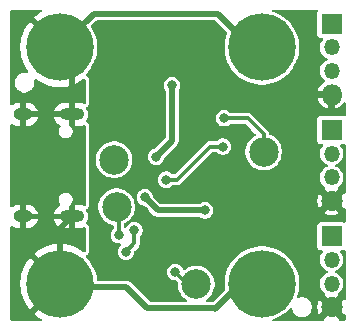
<source format=gbr>
%TF.GenerationSoftware,KiCad,Pcbnew,9.0.1*%
%TF.CreationDate,2025-04-12T21:10:11-04:00*%
%TF.ProjectId,USB-C-3-way-splitter-V5,5553422d-432d-4332-9d77-61792d73706c,rev?*%
%TF.SameCoordinates,Original*%
%TF.FileFunction,Copper,L2,Bot*%
%TF.FilePolarity,Positive*%
%FSLAX46Y46*%
G04 Gerber Fmt 4.6, Leading zero omitted, Abs format (unit mm)*
G04 Created by KiCad (PCBNEW 9.0.1) date 2025-04-12 21:10:11*
%MOMM*%
%LPD*%
G01*
G04 APERTURE LIST*
%TA.AperFunction,ComponentPad*%
%ADD10C,5.700000*%
%TD*%
%TA.AperFunction,ComponentPad*%
%ADD11R,1.800000X1.800000*%
%TD*%
%TA.AperFunction,ComponentPad*%
%ADD12O,1.350000X1.350000*%
%TD*%
%TA.AperFunction,ComponentPad*%
%ADD13C,1.800000*%
%TD*%
%TA.AperFunction,ComponentPad*%
%ADD14O,1.800000X1.800000*%
%TD*%
%TA.AperFunction,ComponentPad*%
%ADD15O,2.100000X1.000000*%
%TD*%
%TA.AperFunction,ComponentPad*%
%ADD16O,1.600000X1.000000*%
%TD*%
%TA.AperFunction,SMDPad,CuDef*%
%ADD17C,2.500000*%
%TD*%
%TA.AperFunction,ViaPad*%
%ADD18C,0.800000*%
%TD*%
%TA.AperFunction,Conductor*%
%ADD19C,0.300000*%
%TD*%
%TA.AperFunction,Conductor*%
%ADD20C,0.500000*%
%TD*%
%TA.AperFunction,Conductor*%
%ADD21C,0.600000*%
%TD*%
G04 APERTURE END LIST*
D10*
%TO.P,H4,1,1*%
%TO.N,GNDPWR*%
X20100000Y-10000000D03*
%TD*%
D11*
%TO.P,J3,1,Pin_1*%
%TO.N,+5V*%
X26000000Y3000000D03*
D12*
%TO.P,J3,2,Pin_2*%
%TO.N,Net-(J3-Pin_2)*%
X26000000Y1000000D03*
%TO.P,J3,3,Pin_3*%
X26000000Y-1000000D03*
D13*
%TO.P,J3,4,Pin_4*%
%TO.N,GND*%
X26000000Y-3000000D03*
%TD*%
D10*
%TO.P,H2,1,1*%
%TO.N,GNDPWR*%
X3000000Y-10000000D03*
%TD*%
D11*
%TO.P,J2,1,Pin_1*%
%TO.N,+5V*%
X26000000Y12000000D03*
D12*
%TO.P,J2,2,Pin_2*%
%TO.N,Net-(J2-Pin_2)*%
X26000000Y10000000D03*
%TO.P,J2,3,Pin_3*%
X26000000Y8000000D03*
D14*
%TO.P,J2,4,Pin_4*%
%TO.N,GND*%
X26000000Y6000000D03*
%TD*%
D10*
%TO.P,H1,1,1*%
%TO.N,GNDPWR*%
X3000000Y10000000D03*
%TD*%
D15*
%TO.P,J1,S1,SHIELD*%
%TO.N,GNDPWR*%
X4030000Y4320000D03*
D16*
X-150000Y4320000D03*
D15*
X4030000Y-4320000D03*
D16*
X-150000Y-4320000D03*
%TD*%
D10*
%TO.P,H3,1,1*%
%TO.N,GNDPWR*%
X20100000Y10000000D03*
%TD*%
D11*
%TO.P,J4,1,Pin_1*%
%TO.N,+5V*%
X26000000Y-6000000D03*
D12*
%TO.P,J4,2,Pin_2*%
%TO.N,Net-(J4-Pin_2)*%
X26000000Y-8000000D03*
%TO.P,J4,3,Pin_3*%
X26000000Y-10000000D03*
D13*
%TO.P,J4,4,Pin_4*%
%TO.N,GND*%
X26000000Y-12000000D03*
%TD*%
D17*
%TO.P,TP4,1,1*%
%TO.N,+1V2*%
X14550000Y-10050000D03*
%TD*%
%TO.P,TP2,1,1*%
%TO.N,CC2*%
X7800000Y-3500000D03*
%TD*%
%TO.P,TP3,1,1*%
%TO.N,EN-OPEN-COL*%
X20250000Y1150000D03*
%TD*%
%TO.P,TP1,1,1*%
%TO.N,CC1*%
X7600000Y500000D03*
%TD*%
D18*
%TO.N,GND*%
X10100000Y-3850000D03*
X17500000Y2900000D03*
X16400000Y9950000D03*
X21800000Y-2200000D03*
X16450000Y10900000D03*
X12400000Y10600000D03*
X6200000Y3600000D03*
X15800000Y-6300000D03*
X5800000Y-4900000D03*
X12500000Y-5200000D03*
X18500000Y-6800000D03*
X10700000Y-11000000D03*
X5800000Y-3900000D03*
X22800000Y7700000D03*
X9600000Y3700000D03*
X6100000Y4700000D03*
X6000000Y7500000D03*
X19000000Y-3200000D03*
X6000000Y-5900000D03*
%TO.N,CC1*%
X9300000Y-5500000D03*
X6750000Y450000D03*
X8600000Y-7300000D03*
%TO.N,CC2*%
X8000000Y-5900000D03*
%TO.N,+1V2*%
X10200000Y-2700000D03*
X15295000Y-3805000D03*
X12775000Y-9025000D03*
%TO.N,EN-OPEN-COL*%
X16900000Y4000000D03*
%TO.N,Net-(D4-A)*%
X12500000Y6800000D03*
X11150000Y750000D03*
%TO.N,Net-(D5-A)*%
X16800000Y1600000D03*
X12000000Y-1200000D03*
%TD*%
D19*
%TO.N,CC1*%
X9300000Y-5500000D02*
X9300000Y-6600000D01*
X9300000Y-6600000D02*
X8600000Y-7300000D01*
%TO.N,CC2*%
X8000000Y-3700000D02*
X7800000Y-3500000D01*
X8000000Y-5900000D02*
X8000000Y-3700000D01*
D20*
%TO.N,+1V2*%
X10200000Y-2700000D02*
X11305000Y-3805000D01*
D19*
X13800000Y-10050000D02*
X12775000Y-9025000D01*
X14550000Y-10050000D02*
X13800000Y-10050000D01*
D20*
X11305000Y-3805000D02*
X15295000Y-3805000D01*
D21*
%TO.N,GNDPWR*%
X4620000Y4320000D02*
X4030000Y4320000D01*
D20*
X3000000Y-10000000D02*
X3302400Y-10302400D01*
X16350000Y12850000D02*
X19200000Y10000000D01*
X5850000Y12850000D02*
X16350000Y12850000D01*
X3000000Y-5350000D02*
X4030000Y-4320000D01*
X4030000Y4320000D02*
X4030000Y8970000D01*
X10400000Y-12100000D02*
X16050000Y-12100000D01*
X8602400Y-10302400D02*
X10400000Y-12100000D01*
X16100000Y-12150000D02*
X18250000Y-10000000D01*
X3000000Y-10000000D02*
X3000000Y-5350000D01*
X19200000Y10000000D02*
X20100000Y10000000D01*
X3000000Y10000000D02*
X5850000Y12850000D01*
D21*
X4030000Y-4320000D02*
X4620000Y-4320000D01*
D20*
X18250000Y-10000000D02*
X20100000Y-10000000D01*
X16050000Y-12100000D02*
X16100000Y-12150000D01*
X4030000Y8970000D02*
X3000000Y10000000D01*
X3302400Y-10302400D02*
X8602400Y-10302400D01*
D19*
%TO.N,EN-OPEN-COL*%
X20250000Y2637500D02*
X19500000Y3387500D01*
X19500000Y3387500D02*
X18887500Y4000000D01*
X20250000Y1150000D02*
X20250000Y2637500D01*
X18887500Y4000000D02*
X16900000Y4000000D01*
D20*
%TO.N,Net-(D4-A)*%
X11150000Y750000D02*
X12500000Y2100000D01*
X12500000Y2100000D02*
X12500000Y6800000D01*
D19*
%TO.N,Net-(D5-A)*%
X15700000Y1600000D02*
X16800000Y1600000D01*
X15700000Y1600000D02*
X12900000Y-1200000D01*
X12900000Y-1200000D02*
X12000000Y-1200000D01*
%TD*%
%TA.AperFunction,Conductor*%
%TO.N,GNDPWR*%
G36*
X1451307Y13179815D02*
G01*
X1497062Y13127011D01*
X1507006Y13057853D01*
X1477981Y12994297D01*
X1442721Y12966142D01*
X1275690Y12876862D01*
X1275672Y12876851D01*
X1002004Y12693992D01*
X1002000Y12693989D01*
X813917Y12539634D01*
X813917Y12539633D01*
X2059300Y11294251D01*
X1957670Y11220412D01*
X1779588Y11042330D01*
X1705747Y10940698D01*
X460365Y12186081D01*
X460364Y12186081D01*
X306010Y11997999D01*
X306007Y11997995D01*
X123148Y11724327D01*
X123137Y11724309D01*
X-32012Y11434044D01*
X-32014Y11434039D01*
X-157974Y11129946D01*
X-253524Y10814961D01*
X-253525Y10814956D01*
X-317738Y10492139D01*
X-350000Y10164571D01*
X-350000Y9835428D01*
X-317738Y9507860D01*
X-253525Y9185043D01*
X-253524Y9185038D01*
X-157974Y8870053D01*
X-32014Y8565960D01*
X-32012Y8565955D01*
X123137Y8275690D01*
X123154Y8275662D01*
X306218Y8001687D01*
X327096Y7935010D01*
X308611Y7867630D01*
X256632Y7820940D01*
X187662Y7809764D01*
X178924Y7811180D01*
X81799Y7830500D01*
X81797Y7830500D01*
X-81797Y7830500D01*
X-81799Y7830500D01*
X-178924Y7811180D01*
X-242248Y7798584D01*
X-393389Y7735979D01*
X-529413Y7645091D01*
X-645091Y7529413D01*
X-735979Y7393389D01*
X-798584Y7242248D01*
X-798585Y7242242D01*
X-830500Y7081799D01*
X-830500Y6918200D01*
X-815347Y6842025D01*
X-798584Y6757752D01*
X-793912Y6746474D01*
X-735980Y6606613D01*
X-735975Y6606604D01*
X-645091Y6470587D01*
X-645088Y6470583D01*
X-529416Y6354911D01*
X-529412Y6354908D01*
X-393395Y6264024D01*
X-393386Y6264019D01*
X-242248Y6201416D01*
X-242242Y6201414D01*
X-81799Y6169500D01*
X-81797Y6169500D01*
X81799Y6169500D01*
X242242Y6201414D01*
X242248Y6201416D01*
X393386Y6264019D01*
X393395Y6264024D01*
X529412Y6354908D01*
X529416Y6354911D01*
X645088Y6470583D01*
X645091Y6470587D01*
X735975Y6606604D01*
X735980Y6606613D01*
X793912Y6746474D01*
X798584Y6757752D01*
X815347Y6842025D01*
X830500Y6918200D01*
X830500Y7081799D01*
X811180Y7178924D01*
X817407Y7248516D01*
X860270Y7303693D01*
X926159Y7326938D01*
X994156Y7310871D01*
X1001687Y7306218D01*
X1275662Y7123154D01*
X1275690Y7123137D01*
X1565955Y6967987D01*
X1565960Y6967985D01*
X1870053Y6842025D01*
X2185038Y6746475D01*
X2185043Y6746474D01*
X2507860Y6682261D01*
X2835428Y6650000D01*
X3164572Y6650000D01*
X3492139Y6682261D01*
X3814956Y6746474D01*
X3814961Y6746475D01*
X4129946Y6842025D01*
X4434039Y6967985D01*
X4434044Y6967987D01*
X4724309Y7123137D01*
X4724327Y7123148D01*
X4998006Y7306014D01*
X5000453Y7307829D01*
X5001038Y7307038D01*
X5061651Y7332778D01*
X5130518Y7320983D01*
X5182076Y7273829D01*
X5200000Y7209611D01*
X5200000Y5331159D01*
X5180315Y5264120D01*
X5127511Y5218365D01*
X5058353Y5208421D01*
X5028547Y5216598D01*
X4871689Y5281570D01*
X4871681Y5281572D01*
X4678495Y5319999D01*
X4678492Y5320000D01*
X4280000Y5320000D01*
X4280000Y4620000D01*
X3780000Y4620000D01*
X3780000Y5320000D01*
X3381508Y5320000D01*
X3381504Y5319999D01*
X3188318Y5281572D01*
X3188306Y5281569D01*
X3006328Y5206192D01*
X3006315Y5206185D01*
X2842537Y5096751D01*
X2842533Y5096748D01*
X2703251Y4957466D01*
X2703248Y4957462D01*
X2593814Y4793684D01*
X2593807Y4793671D01*
X2518430Y4611692D01*
X2518430Y4611690D01*
X2510138Y4570000D01*
X3313012Y4570000D01*
X3295795Y4560060D01*
X3239940Y4504205D01*
X3200444Y4435796D01*
X3180000Y4359496D01*
X3180000Y4280504D01*
X3200444Y4204204D01*
X3239940Y4135795D01*
X3295795Y4079940D01*
X3313012Y4070000D01*
X2510138Y4070000D01*
X2518430Y4028309D01*
X2518430Y4028307D01*
X2593807Y3846328D01*
X2593814Y3846315D01*
X2703248Y3682537D01*
X2703251Y3682533D01*
X2842536Y3543248D01*
X3011387Y3430427D01*
X3009889Y3428185D01*
X3051323Y3386789D01*
X3066206Y3318523D01*
X3041819Y3253047D01*
X3040892Y3251824D01*
X3036283Y3245818D01*
X2959993Y3113681D01*
X2959992Y3113678D01*
X2920500Y2966293D01*
X2920500Y2813707D01*
X2955326Y2683733D01*
X2959993Y2666318D01*
X3036282Y2534182D01*
X3036287Y2534176D01*
X3144176Y2426287D01*
X3144182Y2426282D01*
X3276318Y2349993D01*
X3276317Y2349993D01*
X3320106Y2338259D01*
X3423707Y2310500D01*
X3423710Y2310500D01*
X3576290Y2310500D01*
X3576293Y2310500D01*
X3723678Y2349992D01*
X3723681Y2349993D01*
X3855817Y2426282D01*
X3855823Y2426287D01*
X3963712Y2534176D01*
X3963715Y2534179D01*
X4040008Y2666322D01*
X4079500Y2813707D01*
X4079500Y2966293D01*
X4040008Y3113678D01*
X3963715Y3245821D01*
X3855821Y3353715D01*
X3842003Y3361692D01*
X3793786Y3412257D01*
X3780000Y3469081D01*
X3780000Y4020000D01*
X4280000Y4020000D01*
X4280000Y3320000D01*
X4678495Y3320000D01*
X4871681Y3358427D01*
X4871693Y3358430D01*
X5028548Y3423401D01*
X5098017Y3430870D01*
X5160496Y3399595D01*
X5196148Y3339505D01*
X5200000Y3308840D01*
X5200000Y-3308840D01*
X5180315Y-3375879D01*
X5127511Y-3421634D01*
X5058353Y-3431578D01*
X5028548Y-3423401D01*
X4871693Y-3358430D01*
X4871681Y-3358427D01*
X4678495Y-3320000D01*
X4280000Y-3320000D01*
X4280000Y-4020000D01*
X3780000Y-4020000D01*
X3780000Y-3469081D01*
X3799685Y-3402042D01*
X3842004Y-3361692D01*
X3847654Y-3358430D01*
X3855821Y-3353715D01*
X3963715Y-3245821D01*
X4040008Y-3113678D01*
X4079500Y-2966293D01*
X4079500Y-2813707D01*
X4040008Y-2666322D01*
X3963715Y-2534179D01*
X3855821Y-2426285D01*
X3855819Y-2426284D01*
X3855817Y-2426282D01*
X3723681Y-2349993D01*
X3723682Y-2349993D01*
X3711595Y-2346754D01*
X3576293Y-2310500D01*
X3423707Y-2310500D01*
X3288404Y-2346754D01*
X3276318Y-2349993D01*
X3144182Y-2426282D01*
X3144176Y-2426287D01*
X3036287Y-2534176D01*
X3036282Y-2534182D01*
X2959993Y-2666318D01*
X2959992Y-2666322D01*
X2920500Y-2813707D01*
X2920500Y-2966293D01*
X2959992Y-3113678D01*
X2959993Y-3113681D01*
X3036283Y-3245818D01*
X3040892Y-3251824D01*
X3066088Y-3316993D01*
X3052051Y-3385438D01*
X3010060Y-3428441D01*
X3011387Y-3430427D01*
X2842536Y-3543248D01*
X2703251Y-3682533D01*
X2703248Y-3682537D01*
X2593814Y-3846315D01*
X2593807Y-3846328D01*
X2518430Y-4028307D01*
X2518430Y-4028309D01*
X2510138Y-4070000D01*
X3313012Y-4070000D01*
X3295795Y-4079940D01*
X3239940Y-4135795D01*
X3200444Y-4204204D01*
X3180000Y-4280504D01*
X3180000Y-4359496D01*
X3200444Y-4435796D01*
X3239940Y-4504205D01*
X3295795Y-4560060D01*
X3313012Y-4570000D01*
X2510138Y-4570000D01*
X2518430Y-4611690D01*
X2518430Y-4611692D01*
X2593807Y-4793671D01*
X2593814Y-4793684D01*
X2703248Y-4957462D01*
X2703251Y-4957466D01*
X2842533Y-5096748D01*
X2842537Y-5096751D01*
X3006315Y-5206185D01*
X3006328Y-5206192D01*
X3188306Y-5281569D01*
X3188318Y-5281572D01*
X3381504Y-5319999D01*
X3381508Y-5320000D01*
X3780000Y-5320000D01*
X3780000Y-4620000D01*
X4280000Y-4620000D01*
X4280000Y-5320000D01*
X4678492Y-5320000D01*
X4678495Y-5319999D01*
X4871681Y-5281572D01*
X4871689Y-5281570D01*
X5028547Y-5216598D01*
X5098017Y-5209129D01*
X5160496Y-5240404D01*
X5196148Y-5300493D01*
X5200000Y-5331159D01*
X5200000Y-7209611D01*
X5180315Y-7276650D01*
X5127511Y-7322405D01*
X5058353Y-7332349D01*
X5001006Y-7307083D01*
X5000453Y-7307829D01*
X4998006Y-7306014D01*
X4724327Y-7123148D01*
X4724309Y-7123137D01*
X4434044Y-6967987D01*
X4434039Y-6967985D01*
X4129946Y-6842025D01*
X3814961Y-6746475D01*
X3814956Y-6746474D01*
X3492139Y-6682261D01*
X3164572Y-6650000D01*
X2835428Y-6650000D01*
X2507860Y-6682261D01*
X2185043Y-6746474D01*
X2185038Y-6746475D01*
X1870053Y-6842025D01*
X1565960Y-6967985D01*
X1565955Y-6967987D01*
X1275690Y-7123137D01*
X1275672Y-7123148D01*
X1002004Y-7306007D01*
X1001999Y-7306010D01*
X813917Y-7460364D01*
X813917Y-7460365D01*
X2059301Y-8705748D01*
X1957670Y-8779588D01*
X1779588Y-8957670D01*
X1705748Y-9059301D01*
X460365Y-7813917D01*
X460364Y-7813917D01*
X306010Y-8001999D01*
X306007Y-8002004D01*
X123148Y-8275672D01*
X123137Y-8275690D01*
X-32012Y-8565955D01*
X-32014Y-8565960D01*
X-157974Y-8870053D01*
X-253524Y-9185038D01*
X-253525Y-9185043D01*
X-317738Y-9507860D01*
X-350000Y-9835428D01*
X-350000Y-10164571D01*
X-317738Y-10492139D01*
X-253525Y-10814956D01*
X-253524Y-10814961D01*
X-157974Y-11129946D01*
X-32014Y-11434039D01*
X-32012Y-11434044D01*
X123137Y-11724309D01*
X123148Y-11724327D01*
X306007Y-11997995D01*
X306010Y-11997999D01*
X460364Y-12186081D01*
X460365Y-12186081D01*
X1705747Y-10940698D01*
X1779588Y-11042330D01*
X1957670Y-11220412D01*
X2059300Y-11294250D01*
X813917Y-12539633D01*
X813917Y-12539634D01*
X1002000Y-12693989D01*
X1002004Y-12693992D01*
X1275672Y-12876851D01*
X1275690Y-12876862D01*
X1442721Y-12966142D01*
X1492565Y-13015104D01*
X1508026Y-13083242D01*
X1484194Y-13148922D01*
X1428637Y-13191290D01*
X1384268Y-13199500D01*
X-990243Y-13199500D01*
X-1009638Y-13197973D01*
X-1025888Y-13195399D01*
X-1042250Y-13192808D01*
X-1079144Y-13180821D01*
X-1099762Y-13170316D01*
X-1131150Y-13147511D01*
X-1147511Y-13131150D01*
X-1170316Y-13099762D01*
X-1180821Y-13079144D01*
X-1192808Y-13042250D01*
X-1197973Y-13009642D01*
X-1199500Y-12990243D01*
X-1199500Y-5253878D01*
X-1179815Y-5186839D01*
X-1127011Y-5141084D01*
X-1057853Y-5131140D01*
X-1006609Y-5150776D01*
X-923683Y-5206185D01*
X-923671Y-5206192D01*
X-741693Y-5281569D01*
X-741681Y-5281572D01*
X-548495Y-5319999D01*
X-548492Y-5320000D01*
X-400000Y-5320000D01*
X-400000Y-4620000D01*
X100000Y-4620000D01*
X100000Y-5320000D01*
X248492Y-5320000D01*
X248495Y-5319999D01*
X441681Y-5281572D01*
X441693Y-5281569D01*
X623671Y-5206192D01*
X623684Y-5206185D01*
X787462Y-5096751D01*
X787466Y-5096748D01*
X926748Y-4957466D01*
X926751Y-4957462D01*
X1036185Y-4793684D01*
X1036192Y-4793671D01*
X1111569Y-4611692D01*
X1111569Y-4611690D01*
X1119862Y-4570000D01*
X316988Y-4570000D01*
X334205Y-4560060D01*
X390060Y-4504205D01*
X429556Y-4435796D01*
X450000Y-4359496D01*
X450000Y-4280504D01*
X429556Y-4204204D01*
X390060Y-4135795D01*
X334205Y-4079940D01*
X316988Y-4070000D01*
X1119862Y-4070000D01*
X1111569Y-4028309D01*
X1111569Y-4028307D01*
X1036192Y-3846328D01*
X1036185Y-3846315D01*
X926751Y-3682537D01*
X926748Y-3682533D01*
X787466Y-3543251D01*
X787462Y-3543248D01*
X623684Y-3433814D01*
X623671Y-3433807D01*
X441693Y-3358430D01*
X441681Y-3358427D01*
X248495Y-3320000D01*
X100000Y-3320000D01*
X100000Y-4020000D01*
X-400000Y-4020000D01*
X-400000Y-3320000D01*
X-548495Y-3320000D01*
X-741681Y-3358427D01*
X-741693Y-3358430D01*
X-923671Y-3433807D01*
X-923684Y-3433814D01*
X-1006609Y-3489223D01*
X-1073287Y-3510101D01*
X-1140667Y-3491616D01*
X-1187357Y-3439637D01*
X-1199500Y-3386121D01*
X-1199500Y3386121D01*
X-1179815Y3453160D01*
X-1127011Y3498915D01*
X-1057853Y3508859D01*
X-1006609Y3489223D01*
X-923684Y3433814D01*
X-923671Y3433807D01*
X-741693Y3358430D01*
X-741681Y3358427D01*
X-548495Y3320000D01*
X-400000Y3320000D01*
X-400000Y4020000D01*
X100000Y4020000D01*
X100000Y3320000D01*
X248495Y3320000D01*
X441681Y3358427D01*
X441693Y3358430D01*
X623671Y3433807D01*
X623684Y3433814D01*
X787462Y3543248D01*
X787466Y3543251D01*
X926748Y3682533D01*
X926751Y3682537D01*
X1036185Y3846315D01*
X1036192Y3846328D01*
X1111569Y4028307D01*
X1111569Y4028309D01*
X1119862Y4070000D01*
X316988Y4070000D01*
X334205Y4079940D01*
X390060Y4135795D01*
X429556Y4204204D01*
X450000Y4280504D01*
X450000Y4359496D01*
X429556Y4435796D01*
X390060Y4504205D01*
X334205Y4560060D01*
X316988Y4570000D01*
X1119862Y4570000D01*
X1111569Y4611690D01*
X1111569Y4611692D01*
X1036192Y4793671D01*
X1036185Y4793684D01*
X926751Y4957462D01*
X926748Y4957466D01*
X787466Y5096748D01*
X787462Y5096751D01*
X623684Y5206185D01*
X623671Y5206192D01*
X441693Y5281569D01*
X441681Y5281572D01*
X248495Y5319999D01*
X248492Y5320000D01*
X100000Y5320000D01*
X100000Y4620000D01*
X-400000Y4620000D01*
X-400000Y5320000D01*
X-548492Y5320000D01*
X-548495Y5319999D01*
X-741681Y5281572D01*
X-741693Y5281569D01*
X-923671Y5206192D01*
X-923683Y5206185D01*
X-1006609Y5150776D01*
X-1073286Y5129898D01*
X-1140666Y5148382D01*
X-1187357Y5200361D01*
X-1199500Y5253878D01*
X-1199500Y12990244D01*
X-1197973Y13009643D01*
X-1192808Y13042251D01*
X-1180820Y13079147D01*
X-1170315Y13099764D01*
X-1147511Y13131150D01*
X-1131150Y13147511D01*
X-1099762Y13170316D01*
X-1079144Y13180821D01*
X-1042250Y13192808D01*
X-1025888Y13195399D01*
X-1009638Y13197973D01*
X-990243Y13199500D01*
X1384268Y13199500D01*
X1451307Y13179815D01*
G37*
%TD.AperFunction*%
%TD*%
%TA.AperFunction,Conductor*%
%TO.N,GND*%
G36*
X24756772Y13197890D02*
G01*
X24761863Y13198989D01*
X24785464Y13188568D01*
X24810010Y13180593D01*
X24813072Y13176378D01*
X24817836Y13174275D01*
X24830805Y13151970D01*
X24845974Y13131093D01*
X24845974Y13125884D01*
X24848592Y13121382D01*
X24845974Y13095712D01*
X24845974Y13069907D01*
X24842385Y13060515D01*
X24810880Y12989161D01*
X24802414Y12969988D01*
X24799500Y12944869D01*
X24799500Y11055139D01*
X24799501Y11055136D01*
X24802414Y11030009D01*
X24847794Y10927235D01*
X24927235Y10847794D01*
X25030011Y10802414D01*
X25055130Y10799500D01*
X25055135Y10799500D01*
X25180927Y10799500D01*
X25239118Y10780593D01*
X25275082Y10731093D01*
X25275082Y10669907D01*
X25250931Y10630496D01*
X25242279Y10621844D01*
X25135521Y10462071D01*
X25135521Y10462070D01*
X25061988Y10284544D01*
X25061988Y10284542D01*
X25024500Y10096080D01*
X25024500Y9903919D01*
X25061988Y9715457D01*
X25061988Y9715455D01*
X25135521Y9537929D01*
X25135521Y9537928D01*
X25242279Y9378155D01*
X25378155Y9242279D01*
X25537927Y9135522D01*
X25644295Y9091464D01*
X25690820Y9051727D01*
X25705104Y8992233D01*
X25681689Y8935705D01*
X25644295Y8908536D01*
X25537927Y8864477D01*
X25378155Y8757720D01*
X25242279Y8621844D01*
X25135521Y8462071D01*
X25135521Y8462070D01*
X25061988Y8284544D01*
X25061988Y8284542D01*
X25024500Y8096080D01*
X25024500Y7903919D01*
X25061988Y7715457D01*
X25061988Y7715455D01*
X25135521Y7537929D01*
X25135521Y7537928D01*
X25242279Y7378155D01*
X25378156Y7242278D01*
X25418007Y7215650D01*
X25455886Y7167600D01*
X25458287Y7106461D01*
X25424293Y7055588D01*
X25407948Y7045126D01*
X25371068Y7026335D01*
X25371059Y7026330D01*
X25218257Y6915313D01*
X25084686Y6781742D01*
X24973669Y6628940D01*
X24973667Y6628936D01*
X24887913Y6460633D01*
X24835721Y6300000D01*
X25480385Y6300000D01*
X25440889Y6231591D01*
X25400000Y6078991D01*
X25400000Y5921009D01*
X25440889Y5768409D01*
X25480385Y5700000D01*
X24835722Y5700000D01*
X24835721Y5699999D01*
X24887913Y5539366D01*
X24973667Y5371063D01*
X24973669Y5371059D01*
X25084686Y5218257D01*
X25218257Y5084686D01*
X25371059Y4973669D01*
X25371063Y4973667D01*
X25539366Y4887913D01*
X25699999Y4835721D01*
X25700000Y4835721D01*
X25700000Y5480385D01*
X25768409Y5440889D01*
X25921009Y5400000D01*
X26078991Y5400000D01*
X26231591Y5440889D01*
X26300000Y5480385D01*
X26300000Y4835721D01*
X26460633Y4887913D01*
X26628936Y4973667D01*
X26628940Y4973669D01*
X26781742Y5084686D01*
X26915310Y5218254D01*
X27020407Y5362908D01*
X27069907Y5398872D01*
X27131092Y5398872D01*
X27180593Y5362908D01*
X27199500Y5304717D01*
X27199500Y4248180D01*
X27180593Y4189989D01*
X27131093Y4154025D01*
X27069907Y4154025D01*
X27060512Y4157616D01*
X26969991Y4197585D01*
X26944865Y4200500D01*
X25055136Y4200499D01*
X25030009Y4197585D01*
X24927235Y4152206D01*
X24847794Y4072765D01*
X24802415Y3969991D01*
X24802414Y3969988D01*
X24799500Y3944869D01*
X24799500Y2055139D01*
X24799501Y2055136D01*
X24802414Y2030009D01*
X24847794Y1927235D01*
X24927235Y1847794D01*
X25030011Y1802414D01*
X25055130Y1799500D01*
X25055135Y1799500D01*
X25180927Y1799500D01*
X25239118Y1780593D01*
X25275082Y1731093D01*
X25275082Y1669907D01*
X25250931Y1630496D01*
X25242279Y1621844D01*
X25135521Y1462071D01*
X25135521Y1462070D01*
X25065952Y1294114D01*
X25061988Y1284543D01*
X25058736Y1268193D01*
X25024500Y1096080D01*
X25024500Y903919D01*
X25061988Y715457D01*
X25061988Y715455D01*
X25135521Y537929D01*
X25135521Y537928D01*
X25242279Y378155D01*
X25378155Y242279D01*
X25537927Y135522D01*
X25644295Y91464D01*
X25690820Y51727D01*
X25705104Y-7767D01*
X25681689Y-64295D01*
X25644295Y-91464D01*
X25537927Y-135522D01*
X25378155Y-242279D01*
X25242279Y-378155D01*
X25135521Y-537928D01*
X25135521Y-537929D01*
X25061988Y-715455D01*
X25061988Y-715457D01*
X25024500Y-903919D01*
X25024500Y-1096080D01*
X25061988Y-1284542D01*
X25061988Y-1284544D01*
X25135521Y-1462070D01*
X25135521Y-1462071D01*
X25242279Y-1621844D01*
X25378155Y-1757720D01*
X25418006Y-1784348D01*
X25455885Y-1832398D01*
X25458287Y-1893536D01*
X25424294Y-1944410D01*
X25407949Y-1954873D01*
X25388862Y-1964597D01*
X25844709Y-2420444D01*
X25768409Y-2440889D01*
X25631592Y-2519881D01*
X25519881Y-2631592D01*
X25440889Y-2768409D01*
X25420444Y-2844709D01*
X24964597Y-2388862D01*
X24887916Y-2539359D01*
X24829546Y-2719003D01*
X24800000Y-2905554D01*
X24800000Y-3094445D01*
X24829546Y-3280996D01*
X24887916Y-3460640D01*
X24964597Y-3611136D01*
X25420443Y-3155289D01*
X25440889Y-3231591D01*
X25519881Y-3368408D01*
X25631592Y-3480119D01*
X25768409Y-3559111D01*
X25844707Y-3579555D01*
X25388862Y-4035401D01*
X25539364Y-4112085D01*
X25719003Y-4170453D01*
X25905555Y-4200000D01*
X26094445Y-4200000D01*
X26280996Y-4170453D01*
X26460642Y-4112083D01*
X26460643Y-4112082D01*
X26611136Y-4035401D01*
X26155290Y-3579555D01*
X26231591Y-3559111D01*
X26368408Y-3480119D01*
X26480119Y-3368408D01*
X26559111Y-3231591D01*
X26579555Y-3155290D01*
X27035401Y-3611136D01*
X27085013Y-3603279D01*
X27145445Y-3612850D01*
X27188710Y-3656115D01*
X27199500Y-3701060D01*
X27199500Y-4751819D01*
X27180593Y-4810010D01*
X27131093Y-4845974D01*
X27069907Y-4845974D01*
X27060512Y-4842384D01*
X27052155Y-4838694D01*
X26969991Y-4802415D01*
X26969990Y-4802414D01*
X26969988Y-4802414D01*
X26944868Y-4799500D01*
X25055139Y-4799500D01*
X25055136Y-4799501D01*
X25030009Y-4802414D01*
X24927235Y-4847794D01*
X24847794Y-4927235D01*
X24802414Y-5030011D01*
X24799500Y-5055130D01*
X24799500Y-6944860D01*
X24799501Y-6944863D01*
X24802414Y-6969990D01*
X24827756Y-7027385D01*
X24847794Y-7072765D01*
X24927235Y-7152206D01*
X25030009Y-7197585D01*
X25055135Y-7200500D01*
X25180928Y-7200499D01*
X25239117Y-7219406D01*
X25275081Y-7268906D01*
X25275082Y-7330091D01*
X25250933Y-7369500D01*
X25242282Y-7378151D01*
X25135521Y-7537928D01*
X25135521Y-7537929D01*
X25061988Y-7715455D01*
X25061988Y-7715457D01*
X25024500Y-7903919D01*
X25024500Y-8096080D01*
X25061988Y-8284542D01*
X25061988Y-8284544D01*
X25135521Y-8462070D01*
X25135521Y-8462071D01*
X25242279Y-8621844D01*
X25378155Y-8757720D01*
X25537927Y-8864477D01*
X25644295Y-8908536D01*
X25690820Y-8948273D01*
X25705104Y-9007767D01*
X25681689Y-9064295D01*
X25644295Y-9091464D01*
X25537927Y-9135522D01*
X25378155Y-9242279D01*
X25242279Y-9378155D01*
X25135521Y-9537928D01*
X25135521Y-9537929D01*
X25061988Y-9715455D01*
X25061988Y-9715457D01*
X25024500Y-9903919D01*
X25024500Y-10096080D01*
X25061988Y-10284542D01*
X25061988Y-10284544D01*
X25135521Y-10462070D01*
X25135521Y-10462071D01*
X25242279Y-10621844D01*
X25378155Y-10757720D01*
X25418006Y-10784348D01*
X25455885Y-10832398D01*
X25458287Y-10893536D01*
X25424294Y-10944410D01*
X25407949Y-10954873D01*
X25388862Y-10964597D01*
X25844709Y-11420444D01*
X25768409Y-11440889D01*
X25631592Y-11519881D01*
X25519881Y-11631592D01*
X25440889Y-11768409D01*
X25420444Y-11844709D01*
X24964597Y-11388862D01*
X24887916Y-11539359D01*
X24829546Y-11719003D01*
X24800000Y-11905554D01*
X24800000Y-12094445D01*
X24829546Y-12280996D01*
X24887916Y-12460640D01*
X24964597Y-12611136D01*
X25420443Y-12155289D01*
X25440889Y-12231591D01*
X25519881Y-12368408D01*
X25631592Y-12480119D01*
X25768409Y-12559111D01*
X25844707Y-12579555D01*
X25388862Y-13035401D01*
X25396720Y-13085013D01*
X25387149Y-13145445D01*
X25343884Y-13188710D01*
X25298939Y-13199500D01*
X21077930Y-13199500D01*
X21019739Y-13180593D01*
X20983775Y-13131093D01*
X20983775Y-13069907D01*
X21019739Y-13020407D01*
X21045232Y-13007056D01*
X21163611Y-12965632D01*
X21307544Y-12915269D01*
X21626358Y-12761736D01*
X21925976Y-12573473D01*
X22060354Y-12466310D01*
X22202622Y-12352856D01*
X22202623Y-12352854D01*
X22202633Y-12352847D01*
X22452847Y-12102633D01*
X22496654Y-12047700D01*
X22547716Y-12013993D01*
X22608839Y-12016737D01*
X22656677Y-12054885D01*
X22671153Y-12090110D01*
X22693634Y-12203127D01*
X22701416Y-12242248D01*
X22717466Y-12280996D01*
X22764020Y-12393388D01*
X22821972Y-12480119D01*
X22854909Y-12529413D01*
X22970587Y-12645091D01*
X23106611Y-12735979D01*
X23257752Y-12798584D01*
X23418203Y-12830500D01*
X23418204Y-12830500D01*
X23581796Y-12830500D01*
X23581797Y-12830500D01*
X23742248Y-12798584D01*
X23893389Y-12735979D01*
X24029413Y-12645091D01*
X24145091Y-12529413D01*
X24235979Y-12393389D01*
X24298584Y-12242248D01*
X24330500Y-12081797D01*
X24330500Y-11918203D01*
X24298584Y-11757752D01*
X24235979Y-11606611D01*
X24145091Y-11470587D01*
X24029413Y-11354909D01*
X24029409Y-11354906D01*
X23893388Y-11264020D01*
X23742246Y-11201415D01*
X23581799Y-11169500D01*
X23581797Y-11169500D01*
X23418203Y-11169500D01*
X23418200Y-11169500D01*
X23257755Y-11201415D01*
X23257753Y-11201415D01*
X23257752Y-11201416D01*
X23246671Y-11206006D01*
X23181074Y-11233177D01*
X23120077Y-11237976D01*
X23067908Y-11206006D01*
X23044494Y-11149478D01*
X23049744Y-11109018D01*
X23132140Y-10873544D01*
X23210881Y-10528560D01*
X23250500Y-10176928D01*
X23250500Y-9823072D01*
X23210881Y-9471440D01*
X23132140Y-9126456D01*
X23120781Y-9093995D01*
X23055887Y-8908536D01*
X23015269Y-8792456D01*
X22861736Y-8473642D01*
X22673473Y-8174024D01*
X22673470Y-8174020D01*
X22673468Y-8174017D01*
X22452856Y-7897377D01*
X22452850Y-7897371D01*
X22452847Y-7897367D01*
X22202633Y-7647153D01*
X22202628Y-7647149D01*
X22202622Y-7647143D01*
X21925982Y-7426531D01*
X21925979Y-7426529D01*
X21626355Y-7238262D01*
X21626343Y-7238256D01*
X21307544Y-7084731D01*
X21307542Y-7084730D01*
X20973547Y-6967860D01*
X20628558Y-6889118D01*
X20276929Y-6849500D01*
X20276928Y-6849500D01*
X19923072Y-6849500D01*
X19923070Y-6849500D01*
X19571441Y-6889118D01*
X19226452Y-6967860D01*
X18892457Y-7084730D01*
X18892455Y-7084731D01*
X18573656Y-7238256D01*
X18573644Y-7238262D01*
X18274020Y-7426529D01*
X18274017Y-7426531D01*
X17997377Y-7647143D01*
X17747143Y-7897377D01*
X17526531Y-8174017D01*
X17526529Y-8174020D01*
X17338262Y-8473644D01*
X17338256Y-8473656D01*
X17184731Y-8792455D01*
X17184730Y-8792457D01*
X17067860Y-9126452D01*
X16989118Y-9471441D01*
X16949500Y-9823070D01*
X16949500Y-10176929D01*
X16979102Y-10439657D01*
X16966828Y-10499598D01*
X16950728Y-10520745D01*
X15950971Y-11520504D01*
X15896454Y-11548281D01*
X15880967Y-11549500D01*
X15428673Y-11549500D01*
X15370482Y-11530593D01*
X15334518Y-11481093D01*
X15334518Y-11419907D01*
X15370480Y-11370408D01*
X15560083Y-11232655D01*
X15732655Y-11060083D01*
X15876106Y-10862639D01*
X15986904Y-10645185D01*
X16062321Y-10413076D01*
X16100500Y-10172027D01*
X16100500Y-9927973D01*
X16100500Y-9927969D01*
X16062322Y-9686928D01*
X16048951Y-9645777D01*
X15986904Y-9454815D01*
X15931505Y-9346088D01*
X15876107Y-9237362D01*
X15836878Y-9183369D01*
X15732655Y-9039917D01*
X15560083Y-8867345D01*
X15457007Y-8792456D01*
X15362637Y-8723892D01*
X15145185Y-8613096D01*
X14913071Y-8537677D01*
X14672030Y-8499500D01*
X14672027Y-8499500D01*
X14427973Y-8499500D01*
X14427970Y-8499500D01*
X14186928Y-8537677D01*
X13954814Y-8613096D01*
X13737361Y-8723893D01*
X13737357Y-8723895D01*
X13586165Y-8833743D01*
X13527975Y-8852650D01*
X13469784Y-8833742D01*
X13436511Y-8791535D01*
X13395777Y-8693193D01*
X13395771Y-8693182D01*
X13319114Y-8578458D01*
X13221541Y-8480885D01*
X13106817Y-8404228D01*
X13106806Y-8404222D01*
X12979328Y-8351420D01*
X12843995Y-8324500D01*
X12843993Y-8324500D01*
X12706007Y-8324500D01*
X12706004Y-8324500D01*
X12570672Y-8351420D01*
X12570670Y-8351420D01*
X12443193Y-8404222D01*
X12443182Y-8404228D01*
X12328458Y-8480885D01*
X12230885Y-8578458D01*
X12154228Y-8693182D01*
X12154222Y-8693193D01*
X12101420Y-8820670D01*
X12101420Y-8820672D01*
X12074500Y-8956004D01*
X12074500Y-9093995D01*
X12101420Y-9229327D01*
X12101420Y-9229329D01*
X12154222Y-9356806D01*
X12154228Y-9356817D01*
X12230885Y-9471541D01*
X12328458Y-9569114D01*
X12443182Y-9645771D01*
X12443193Y-9645777D01*
X12487150Y-9663984D01*
X12570672Y-9698580D01*
X12706007Y-9725500D01*
X12797389Y-9725500D01*
X12804986Y-9727968D01*
X12812876Y-9726719D01*
X12833531Y-9737243D01*
X12855580Y-9744407D01*
X12867393Y-9754496D01*
X12970504Y-9857607D01*
X12998281Y-9912124D01*
X12999500Y-9927611D01*
X12999500Y-10172030D01*
X13037677Y-10413071D01*
X13113096Y-10645185D01*
X13223892Y-10862637D01*
X13283304Y-10944410D01*
X13367345Y-11060083D01*
X13539917Y-11232655D01*
X13729519Y-11370408D01*
X13765482Y-11419907D01*
X13765482Y-11481092D01*
X13729518Y-11530593D01*
X13671327Y-11549500D01*
X10669033Y-11549500D01*
X10610842Y-11530593D01*
X10599029Y-11520504D01*
X9836244Y-10757719D01*
X8940415Y-9861890D01*
X8814885Y-9789416D01*
X8814882Y-9789415D01*
X8811337Y-9788465D01*
X8807792Y-9787515D01*
X8807790Y-9787514D01*
X8807790Y-9787515D01*
X8674875Y-9751900D01*
X8674874Y-9751900D01*
X6230953Y-9751900D01*
X6172762Y-9732993D01*
X6136798Y-9683493D01*
X6132575Y-9663984D01*
X6130523Y-9645775D01*
X6110881Y-9471440D01*
X6032140Y-9126456D01*
X6020781Y-9093995D01*
X5955887Y-8908536D01*
X5915269Y-8792456D01*
X5761736Y-8473642D01*
X5573473Y-8174024D01*
X5573470Y-8174020D01*
X5573468Y-8174017D01*
X5352856Y-7897377D01*
X5352850Y-7897371D01*
X5352847Y-7897367D01*
X5217113Y-7761633D01*
X5189338Y-7707119D01*
X5198909Y-7646687D01*
X5237137Y-7606175D01*
X5327571Y-7553286D01*
X5380375Y-7507531D01*
X5422553Y-7462798D01*
X5473439Y-7362722D01*
X5493124Y-7295683D01*
X5505500Y-7209611D01*
X5505500Y-5331159D01*
X5503118Y-5293084D01*
X5499266Y-5262418D01*
X5497454Y-5250045D01*
X5458883Y-5144607D01*
X5423231Y-5084518D01*
X5386696Y-5035065D01*
X5386694Y-5035063D01*
X5297245Y-4967220D01*
X5297244Y-4967219D01*
X5274602Y-4955885D01*
X5257493Y-4947320D01*
X5213921Y-4904365D01*
X5203920Y-4844002D01*
X5219494Y-4803791D01*
X5220414Y-4802415D01*
X5289394Y-4699179D01*
X5349737Y-4553497D01*
X5380500Y-4398842D01*
X5380500Y-4241158D01*
X5349737Y-4086503D01*
X5289394Y-3940821D01*
X5289393Y-3940819D01*
X5289390Y-3940814D01*
X5220004Y-3836972D01*
X5203395Y-3778084D01*
X5224572Y-3720680D01*
X5252335Y-3696516D01*
X5327571Y-3652515D01*
X5380375Y-3606760D01*
X5422553Y-3562027D01*
X5473439Y-3461951D01*
X5493124Y-3394912D01*
X5495560Y-3377969D01*
X6249500Y-3377969D01*
X6249500Y-3622030D01*
X6287677Y-3863071D01*
X6363096Y-4095185D01*
X6473892Y-4312637D01*
X6536522Y-4398840D01*
X6617345Y-4510083D01*
X6789917Y-4682655D01*
X6933369Y-4786878D01*
X6987362Y-4826107D01*
X7026354Y-4845974D01*
X7204815Y-4936904D01*
X7436924Y-5012321D01*
X7436927Y-5012321D01*
X7436929Y-5012322D01*
X7465985Y-5016924D01*
X7520502Y-5044700D01*
X7548281Y-5099216D01*
X7549500Y-5114705D01*
X7549500Y-5318836D01*
X7530593Y-5377027D01*
X7520504Y-5388840D01*
X7455889Y-5453454D01*
X7455885Y-5453458D01*
X7379228Y-5568182D01*
X7379222Y-5568193D01*
X7326420Y-5695670D01*
X7326420Y-5695672D01*
X7299500Y-5831004D01*
X7299500Y-5968995D01*
X7326420Y-6104327D01*
X7326420Y-6104329D01*
X7379222Y-6231806D01*
X7379228Y-6231817D01*
X7455885Y-6346541D01*
X7553458Y-6444114D01*
X7668182Y-6520771D01*
X7668193Y-6520777D01*
X7693099Y-6531093D01*
X7795672Y-6573580D01*
X7931007Y-6600500D01*
X7931008Y-6600500D01*
X8069836Y-6600500D01*
X8128027Y-6619407D01*
X8163991Y-6668907D01*
X8163991Y-6730093D01*
X8139840Y-6769504D01*
X8055889Y-6853454D01*
X8055885Y-6853458D01*
X7979228Y-6968182D01*
X7979222Y-6968193D01*
X7926420Y-7095670D01*
X7926420Y-7095672D01*
X7899500Y-7231004D01*
X7899500Y-7368995D01*
X7926420Y-7504327D01*
X7926420Y-7504329D01*
X7979222Y-7631806D01*
X7979228Y-7631817D01*
X8055885Y-7746541D01*
X8153458Y-7844114D01*
X8268182Y-7920771D01*
X8268193Y-7920777D01*
X8315283Y-7940282D01*
X8395672Y-7973580D01*
X8531007Y-8000500D01*
X8531008Y-8000500D01*
X8668992Y-8000500D01*
X8668993Y-8000500D01*
X8804328Y-7973580D01*
X8931811Y-7920775D01*
X9046542Y-7844114D01*
X9144114Y-7746542D01*
X9220775Y-7631811D01*
X9273580Y-7504328D01*
X9300500Y-7368993D01*
X9300500Y-7277610D01*
X9319407Y-7219419D01*
X9329490Y-7207612D01*
X9660489Y-6876614D01*
X9694731Y-6817304D01*
X9719799Y-6773886D01*
X9750500Y-6659309D01*
X9750500Y-6081164D01*
X9769407Y-6022973D01*
X9779496Y-6011160D01*
X9844114Y-5946542D01*
X9920775Y-5831811D01*
X9973580Y-5704328D01*
X10000500Y-5568993D01*
X10000500Y-5431007D01*
X9973580Y-5295672D01*
X9920775Y-5168189D01*
X9920774Y-5168187D01*
X9920771Y-5168182D01*
X9844114Y-5053458D01*
X9746541Y-4955885D01*
X9631817Y-4879228D01*
X9631806Y-4879222D01*
X9504328Y-4826420D01*
X9368995Y-4799500D01*
X9368993Y-4799500D01*
X9231007Y-4799500D01*
X9231004Y-4799500D01*
X9095672Y-4826420D01*
X9095670Y-4826420D01*
X8968193Y-4879222D01*
X8968182Y-4879228D01*
X8853458Y-4955885D01*
X8755885Y-5053458D01*
X8679228Y-5168182D01*
X8679222Y-5168193D01*
X8640964Y-5260559D01*
X8601228Y-5307085D01*
X8541733Y-5321369D01*
X8485205Y-5297954D01*
X8453235Y-5245785D01*
X8450500Y-5222674D01*
X8450500Y-4969386D01*
X8469407Y-4911195D01*
X8504554Y-4881177D01*
X8612639Y-4826106D01*
X8810083Y-4682655D01*
X8982655Y-4510083D01*
X9126106Y-4312639D01*
X9236904Y-4095185D01*
X9312321Y-3863076D01*
X9320320Y-3812575D01*
X9350500Y-3622030D01*
X9350500Y-3377969D01*
X9312322Y-3136928D01*
X9312321Y-3136924D01*
X9236904Y-2904815D01*
X9126106Y-2687361D01*
X9085160Y-2631004D01*
X9499500Y-2631004D01*
X9499500Y-2768995D01*
X9526420Y-2904327D01*
X9526420Y-2904329D01*
X9579222Y-3031806D01*
X9579228Y-3031817D01*
X9655885Y-3146541D01*
X9753458Y-3244114D01*
X9868182Y-3320771D01*
X9868193Y-3320777D01*
X9915283Y-3340282D01*
X9995672Y-3373580D01*
X10090277Y-3392398D01*
X10140967Y-3419492D01*
X10966985Y-4245510D01*
X11050059Y-4293472D01*
X11092515Y-4317984D01*
X11232525Y-4355500D01*
X11232526Y-4355500D01*
X11377474Y-4355500D01*
X14827984Y-4355500D01*
X14882986Y-4372185D01*
X14963182Y-4425771D01*
X14963193Y-4425777D01*
X15010283Y-4445282D01*
X15090672Y-4478580D01*
X15226007Y-4505500D01*
X15226008Y-4505500D01*
X15363992Y-4505500D01*
X15363993Y-4505500D01*
X15499328Y-4478580D01*
X15626811Y-4425775D01*
X15741542Y-4349114D01*
X15839114Y-4251542D01*
X15915775Y-4136811D01*
X15968580Y-4009328D01*
X15995500Y-3873993D01*
X15995500Y-3736007D01*
X15968580Y-3600672D01*
X15950978Y-3558177D01*
X15915777Y-3473193D01*
X15915771Y-3473182D01*
X15839114Y-3358458D01*
X15741541Y-3260885D01*
X15626817Y-3184228D01*
X15626806Y-3184222D01*
X15499328Y-3131420D01*
X15363995Y-3104500D01*
X15363993Y-3104500D01*
X15226007Y-3104500D01*
X15226004Y-3104500D01*
X15090672Y-3131420D01*
X15090670Y-3131420D01*
X14963193Y-3184222D01*
X14963182Y-3184228D01*
X14882986Y-3237815D01*
X14827984Y-3254500D01*
X11574033Y-3254500D01*
X11515842Y-3235593D01*
X11504029Y-3225504D01*
X10919492Y-2640967D01*
X10892398Y-2590277D01*
X10889505Y-2575734D01*
X10873580Y-2495672D01*
X10833952Y-2400000D01*
X10820777Y-2368193D01*
X10820771Y-2368182D01*
X10744114Y-2253458D01*
X10646541Y-2155885D01*
X10531817Y-2079228D01*
X10531806Y-2079222D01*
X10404328Y-2026420D01*
X10268995Y-1999500D01*
X10268993Y-1999500D01*
X10131007Y-1999500D01*
X10131004Y-1999500D01*
X9995672Y-2026420D01*
X9995670Y-2026420D01*
X9868193Y-2079222D01*
X9868182Y-2079228D01*
X9753458Y-2155885D01*
X9655885Y-2253458D01*
X9579228Y-2368182D01*
X9579222Y-2368193D01*
X9526420Y-2495670D01*
X9526420Y-2495672D01*
X9499500Y-2631004D01*
X9085160Y-2631004D01*
X8982655Y-2489917D01*
X8810083Y-2317345D01*
X8720623Y-2252348D01*
X8612637Y-2173892D01*
X8395185Y-2063096D01*
X8163071Y-1987677D01*
X7922030Y-1949500D01*
X7922027Y-1949500D01*
X7677973Y-1949500D01*
X7677970Y-1949500D01*
X7436928Y-1987677D01*
X7204814Y-2063096D01*
X6987362Y-2173892D01*
X6789918Y-2317344D01*
X6617344Y-2489918D01*
X6473892Y-2687362D01*
X6363096Y-2904814D01*
X6287677Y-3136928D01*
X6249500Y-3377969D01*
X5495560Y-3377969D01*
X5505500Y-3308840D01*
X5505500Y-1131004D01*
X11299500Y-1131004D01*
X11299500Y-1268995D01*
X11326420Y-1404327D01*
X11326420Y-1404329D01*
X11379222Y-1531806D01*
X11379228Y-1531817D01*
X11455885Y-1646541D01*
X11553458Y-1744114D01*
X11668182Y-1820771D01*
X11668193Y-1820777D01*
X11715283Y-1840282D01*
X11795672Y-1873580D01*
X11931007Y-1900500D01*
X11931008Y-1900500D01*
X12068992Y-1900500D01*
X12068993Y-1900500D01*
X12204328Y-1873580D01*
X12331811Y-1820775D01*
X12446542Y-1744114D01*
X12511160Y-1679496D01*
X12565677Y-1651719D01*
X12581164Y-1650500D01*
X12959309Y-1650500D01*
X13049669Y-1626287D01*
X13049672Y-1626287D01*
X13062903Y-1622741D01*
X13073887Y-1619799D01*
X13176614Y-1560489D01*
X15857607Y1120504D01*
X15912124Y1148281D01*
X15927611Y1149500D01*
X16218836Y1149500D01*
X16277027Y1130593D01*
X16288840Y1120504D01*
X16353454Y1055889D01*
X16353458Y1055885D01*
X16468182Y979228D01*
X16468193Y979222D01*
X16595671Y926420D01*
X16731004Y899500D01*
X16731007Y899500D01*
X16868995Y899500D01*
X16959216Y917446D01*
X17004328Y926420D01*
X17004329Y926420D01*
X17131806Y979222D01*
X17131817Y979228D01*
X17246541Y1055885D01*
X17344114Y1153458D01*
X17420773Y1268185D01*
X17420777Y1268193D01*
X17473579Y1395670D01*
X17473580Y1395672D01*
X17500500Y1531007D01*
X17500500Y1668993D01*
X17473580Y1804328D01*
X17420775Y1931811D01*
X17344114Y2046542D01*
X17246542Y2144114D01*
X17131811Y2220775D01*
X17004328Y2273580D01*
X16868993Y2300500D01*
X16731007Y2300500D01*
X16595672Y2273580D01*
X16595670Y2273579D01*
X16468193Y2220777D01*
X16468182Y2220771D01*
X16353458Y2144114D01*
X16288840Y2079496D01*
X16234323Y2051719D01*
X16218836Y2050500D01*
X15640691Y2050500D01*
X15554948Y2027525D01*
X15526113Y2019799D01*
X15526110Y2019797D01*
X15526108Y2019797D01*
X15423390Y1960492D01*
X15423389Y1960491D01*
X15423386Y1960489D01*
X14017712Y554815D01*
X12742393Y-720504D01*
X12735275Y-724130D01*
X12730580Y-730593D01*
X12708531Y-737756D01*
X12687876Y-748281D01*
X12672389Y-749500D01*
X12581164Y-749500D01*
X12522973Y-730593D01*
X12511160Y-720504D01*
X12446541Y-655885D01*
X12331817Y-579228D01*
X12331806Y-579222D01*
X12204328Y-526420D01*
X12068995Y-499500D01*
X12068993Y-499500D01*
X11931007Y-499500D01*
X11931004Y-499500D01*
X11795672Y-526420D01*
X11795670Y-526420D01*
X11668193Y-579222D01*
X11668182Y-579228D01*
X11553458Y-655885D01*
X11455885Y-753458D01*
X11379228Y-868182D01*
X11379222Y-868193D01*
X11326420Y-995670D01*
X11326420Y-995672D01*
X11299500Y-1131004D01*
X5505500Y-1131004D01*
X5505500Y622030D01*
X6049500Y622030D01*
X6049500Y377969D01*
X6087677Y136928D01*
X6163096Y-95185D01*
X6273892Y-312637D01*
X6352348Y-420623D01*
X6417345Y-510083D01*
X6589917Y-682655D01*
X6733369Y-786878D01*
X6787362Y-826107D01*
X6896088Y-881505D01*
X7004815Y-936904D01*
X7236924Y-1012321D01*
X7236925Y-1012321D01*
X7236928Y-1012322D01*
X7477970Y-1050500D01*
X7477973Y-1050500D01*
X7722030Y-1050500D01*
X7861802Y-1028362D01*
X7963071Y-1012322D01*
X7963072Y-1012321D01*
X7963076Y-1012321D01*
X8195185Y-936904D01*
X8412639Y-826106D01*
X8610083Y-682655D01*
X8782655Y-510083D01*
X8926106Y-312639D01*
X9036904Y-95185D01*
X9112321Y136924D01*
X9112795Y139917D01*
X9150500Y377969D01*
X9150500Y622029D01*
X9120986Y808370D01*
X9119303Y818995D01*
X10449500Y818995D01*
X10449500Y681004D01*
X10476420Y545672D01*
X10476420Y545670D01*
X10529222Y418193D01*
X10529228Y418182D01*
X10605885Y303458D01*
X10703458Y205885D01*
X10818182Y129228D01*
X10818193Y129222D01*
X10945671Y76420D01*
X11081004Y49500D01*
X11081007Y49500D01*
X11218995Y49500D01*
X11309216Y67446D01*
X11354328Y76420D01*
X11354329Y76420D01*
X11481806Y129222D01*
X11481817Y129228D01*
X11596541Y205885D01*
X11694114Y303458D01*
X11770771Y418182D01*
X11770777Y418193D01*
X11823579Y545670D01*
X11823580Y545672D01*
X11842398Y640277D01*
X11869492Y690967D01*
X12375067Y1196542D01*
X12940510Y1761985D01*
X13012984Y1887515D01*
X13024852Y1931806D01*
X13024853Y1931809D01*
X13024853Y1931810D01*
X13050500Y2027525D01*
X13050500Y4068995D01*
X16199500Y4068995D01*
X16199500Y3931004D01*
X16226420Y3795672D01*
X16226420Y3795670D01*
X16279222Y3668193D01*
X16279228Y3668182D01*
X16355885Y3553458D01*
X16453458Y3455885D01*
X16568182Y3379228D01*
X16568193Y3379222D01*
X16695671Y3326420D01*
X16831004Y3299500D01*
X16831007Y3299500D01*
X16968995Y3299500D01*
X17059216Y3317446D01*
X17104328Y3326420D01*
X17104329Y3326420D01*
X17231806Y3379222D01*
X17231817Y3379228D01*
X17346541Y3455885D01*
X17411160Y3520504D01*
X17465677Y3548281D01*
X17481164Y3549500D01*
X18659889Y3549500D01*
X18718080Y3530593D01*
X18729893Y3520504D01*
X19223386Y3027010D01*
X19223388Y3027008D01*
X19223388Y3027007D01*
X19564211Y2686183D01*
X19591988Y2631667D01*
X19582417Y2571235D01*
X19539153Y2527971D01*
X19489370Y2502606D01*
X19437366Y2476109D01*
X19437364Y2476108D01*
X19437363Y2476107D01*
X19437361Y2476106D01*
X19239917Y2332655D01*
X19067345Y2160083D01*
X19067344Y2160081D01*
X18923892Y1962637D01*
X18813096Y1745185D01*
X18737677Y1513071D01*
X18699500Y1272030D01*
X18699500Y1027969D01*
X18737677Y786928D01*
X18813096Y554814D01*
X18923892Y337362D01*
X19067344Y139918D01*
X19067345Y139917D01*
X19239917Y-32655D01*
X19381500Y-135521D01*
X19437362Y-176107D01*
X19546088Y-231505D01*
X19654815Y-286904D01*
X19886924Y-362321D01*
X19886925Y-362321D01*
X19886928Y-362322D01*
X20127970Y-400500D01*
X20127973Y-400500D01*
X20372030Y-400500D01*
X20613071Y-362322D01*
X20613072Y-362321D01*
X20613076Y-362321D01*
X20845185Y-286904D01*
X21062639Y-176106D01*
X21260083Y-32655D01*
X21432655Y139917D01*
X21576106Y337361D01*
X21686904Y554815D01*
X21762321Y786924D01*
X21765718Y808370D01*
X21800500Y1027969D01*
X21800500Y1272030D01*
X21762322Y1513071D01*
X21762321Y1513072D01*
X21762321Y1513076D01*
X21686904Y1745185D01*
X21576106Y1962639D01*
X21432655Y2160083D01*
X21260083Y2332655D01*
X21062639Y2476106D01*
X20845185Y2586904D01*
X20768556Y2611802D01*
X20719057Y2647764D01*
X20700995Y2693042D01*
X20700500Y2696801D01*
X20700500Y2696809D01*
X20669799Y2811386D01*
X20669799Y2811387D01*
X20610489Y2914114D01*
X19860491Y3664111D01*
X19860490Y3664114D01*
X19164114Y4360489D01*
X19061387Y4419799D01*
X19037173Y4426286D01*
X18946809Y4450500D01*
X17481164Y4450500D01*
X17422973Y4469407D01*
X17411160Y4479496D01*
X17346542Y4544114D01*
X17231811Y4620775D01*
X17104328Y4673580D01*
X16968993Y4700500D01*
X16831007Y4700500D01*
X16695672Y4673580D01*
X16695670Y4673579D01*
X16568193Y4620777D01*
X16568182Y4620771D01*
X16453458Y4544114D01*
X16355885Y4446541D01*
X16279228Y4331817D01*
X16279222Y4331806D01*
X16241675Y4241158D01*
X16226420Y4204328D01*
X16225658Y4200498D01*
X16199500Y4068995D01*
X13050500Y4068995D01*
X13050500Y6332984D01*
X13067185Y6387986D01*
X13120771Y6468182D01*
X13120777Y6468193D01*
X13173579Y6595670D01*
X13173580Y6595672D01*
X13200500Y6731007D01*
X13200500Y6868993D01*
X13173580Y7004328D01*
X13120775Y7131811D01*
X13044114Y7246542D01*
X12946542Y7344114D01*
X12831811Y7420775D01*
X12704328Y7473580D01*
X12568993Y7500500D01*
X12431007Y7500500D01*
X12295672Y7473580D01*
X12295670Y7473579D01*
X12168193Y7420777D01*
X12168182Y7420771D01*
X12053458Y7344114D01*
X11955885Y7246541D01*
X11879228Y7131817D01*
X11879222Y7131806D01*
X11826420Y7004329D01*
X11826420Y7004327D01*
X11799500Y6868995D01*
X11799500Y6731004D01*
X11826420Y6595672D01*
X11826420Y6595670D01*
X11879222Y6468193D01*
X11879228Y6468182D01*
X11932815Y6387986D01*
X11949500Y6332984D01*
X11949500Y2369033D01*
X11930593Y2310842D01*
X11920504Y2299029D01*
X11090967Y1469492D01*
X11040277Y1442398D01*
X10945672Y1423580D01*
X10945670Y1423579D01*
X10818193Y1370777D01*
X10818182Y1370771D01*
X10703458Y1294114D01*
X10605885Y1196541D01*
X10529228Y1081817D01*
X10529222Y1081806D01*
X10476420Y954329D01*
X10476420Y954327D01*
X10449500Y818995D01*
X9119303Y818995D01*
X9112322Y863071D01*
X9112321Y863072D01*
X9112321Y863076D01*
X9036904Y1095185D01*
X8926106Y1312639D01*
X8782655Y1510083D01*
X8610083Y1682655D01*
X8412639Y1826106D01*
X8195185Y1936904D01*
X7963076Y2012321D01*
X7963072Y2012321D01*
X7963071Y2012322D01*
X7722030Y2050500D01*
X7722027Y2050500D01*
X7477973Y2050500D01*
X7477970Y2050500D01*
X7236928Y2012322D01*
X7236925Y2012321D01*
X7236924Y2012321D01*
X7004815Y1936904D01*
X6907889Y1887518D01*
X6787362Y1826107D01*
X6787361Y1826106D01*
X6589917Y1682655D01*
X6417345Y1510083D01*
X6382462Y1462070D01*
X6273892Y1312637D01*
X6163096Y1095185D01*
X6087677Y863071D01*
X6049500Y622030D01*
X5505500Y622030D01*
X5505500Y3308840D01*
X5503118Y3346916D01*
X5499266Y3377581D01*
X5497454Y3389951D01*
X5458884Y3495389D01*
X5423232Y3555479D01*
X5386696Y3604934D01*
X5297244Y3672780D01*
X5257492Y3692678D01*
X5213922Y3735631D01*
X5203919Y3795993D01*
X5219493Y3836207D01*
X5289390Y3940813D01*
X5289396Y3940825D01*
X5344046Y4072764D01*
X5349737Y4086503D01*
X5380500Y4241158D01*
X5380500Y4398842D01*
X5349737Y4553497D01*
X5289394Y4699179D01*
X5220004Y4803027D01*
X5203396Y4861914D01*
X5224573Y4919318D01*
X5252338Y4943484D01*
X5327571Y4987484D01*
X5380375Y5033239D01*
X5422553Y5077972D01*
X5473439Y5178048D01*
X5493124Y5245087D01*
X5505500Y5331159D01*
X5505500Y7209611D01*
X5494253Y7291741D01*
X5476329Y7355959D01*
X5455768Y7409560D01*
X5388254Y7499264D01*
X5336696Y7546418D01*
X5287384Y7583135D01*
X5250688Y7596713D01*
X5202678Y7634639D01*
X5186127Y7693543D01*
X5207360Y7750926D01*
X5215034Y7759554D01*
X5352847Y7897367D01*
X5352850Y7897371D01*
X5352856Y7897377D01*
X5573468Y8174017D01*
X5573470Y8174020D01*
X5642917Y8284543D01*
X5761736Y8473642D01*
X5915269Y8792456D01*
X5996464Y9024500D01*
X6032139Y9126452D01*
X6034209Y9135522D01*
X6110881Y9471440D01*
X6150500Y9823072D01*
X6150500Y10176928D01*
X6110881Y10528560D01*
X6032140Y10873544D01*
X5915269Y11207544D01*
X5761736Y11526358D01*
X5627449Y11740071D01*
X5612499Y11799402D01*
X5635278Y11856189D01*
X5641271Y11862747D01*
X6049028Y12270504D01*
X6103545Y12298281D01*
X6119032Y12299500D01*
X16080967Y12299500D01*
X16139158Y12280593D01*
X16150971Y12270504D01*
X17148314Y11273160D01*
X17176091Y11218643D01*
X17171754Y11170458D01*
X17067860Y10873547D01*
X16989118Y10528558D01*
X16949500Y10176929D01*
X16949500Y9823070D01*
X16989118Y9471441D01*
X17067860Y9126452D01*
X17184730Y8792457D01*
X17184731Y8792455D01*
X17338256Y8473656D01*
X17338262Y8473644D01*
X17526529Y8174020D01*
X17526531Y8174017D01*
X17747143Y7897377D01*
X17997377Y7647143D01*
X18274017Y7426531D01*
X18274020Y7426529D01*
X18573644Y7238262D01*
X18573656Y7238256D01*
X18892455Y7084731D01*
X18892457Y7084730D01*
X19226452Y6967860D01*
X19571441Y6889118D01*
X19923070Y6849500D01*
X19923072Y6849500D01*
X20276929Y6849500D01*
X20628558Y6889118D01*
X20973547Y6967860D01*
X21307542Y7084730D01*
X21307544Y7084731D01*
X21626343Y7238256D01*
X21626355Y7238262D01*
X21925979Y7426529D01*
X21925982Y7426531D01*
X22202622Y7647143D01*
X22202628Y7647149D01*
X22202633Y7647153D01*
X22452847Y7897367D01*
X22452850Y7897371D01*
X22452856Y7897377D01*
X22673468Y8174017D01*
X22673470Y8174020D01*
X22742917Y8284543D01*
X22861736Y8473642D01*
X23015269Y8792456D01*
X23096464Y9024500D01*
X23132139Y9126452D01*
X23134209Y9135522D01*
X23210881Y9471440D01*
X23250500Y9823072D01*
X23250500Y10176928D01*
X23210881Y10528560D01*
X23132140Y10873544D01*
X23015269Y11207544D01*
X22861736Y11526358D01*
X22673473Y11825976D01*
X22452847Y12102633D01*
X22202633Y12352847D01*
X21925976Y12573473D01*
X21626358Y12761736D01*
X21307544Y12915269D01*
X21151157Y12969991D01*
X21045232Y13007056D01*
X20996552Y13044121D01*
X20978955Y13102721D01*
X20999163Y13160473D01*
X21049458Y13195317D01*
X21077930Y13199500D01*
X24751819Y13199500D01*
X24756772Y13197890D01*
G37*
%TD.AperFunction*%
%TA.AperFunction,Conductor*%
G36*
X27035401Y-12611136D02*
G01*
X27085013Y-12603279D01*
X27145445Y-12612850D01*
X27188710Y-12656115D01*
X27199500Y-12701060D01*
X27199500Y-12992209D01*
X27198281Y-13007697D01*
X27192188Y-13046164D01*
X27182617Y-13075620D01*
X27177832Y-13085013D01*
X27168520Y-13103288D01*
X27150314Y-13128347D01*
X27128347Y-13150314D01*
X27103289Y-13168518D01*
X27079593Y-13180593D01*
X27075621Y-13182617D01*
X27046164Y-13192188D01*
X27018848Y-13196514D01*
X27007695Y-13198281D01*
X26992210Y-13199500D01*
X26701060Y-13199500D01*
X26642869Y-13180593D01*
X26606905Y-13131093D01*
X26603279Y-13085013D01*
X26611136Y-13035401D01*
X26155290Y-12579555D01*
X26231591Y-12559111D01*
X26368408Y-12480119D01*
X26480119Y-12368408D01*
X26559111Y-12231591D01*
X26579555Y-12155290D01*
X27035401Y-12611136D01*
G37*
%TD.AperFunction*%
%TA.AperFunction,Conductor*%
G36*
X27174275Y-7182162D02*
G01*
X27198989Y-7238134D01*
X27199500Y-7248180D01*
X27199500Y-11298938D01*
X27180593Y-11357129D01*
X27131093Y-11393093D01*
X27085014Y-11396719D01*
X27035402Y-11388861D01*
X26579555Y-11844707D01*
X26559111Y-11768409D01*
X26480119Y-11631592D01*
X26368408Y-11519881D01*
X26231591Y-11440889D01*
X26155289Y-11420443D01*
X26611136Y-10964597D01*
X26592050Y-10954873D01*
X26548785Y-10911608D01*
X26539214Y-10851176D01*
X26566991Y-10796659D01*
X26581988Y-10784351D01*
X26621845Y-10757720D01*
X26757720Y-10621845D01*
X26864477Y-10462073D01*
X26938012Y-10284543D01*
X26975500Y-10096078D01*
X26975500Y-9903922D01*
X26938012Y-9715457D01*
X26864478Y-9537929D01*
X26864478Y-9537928D01*
X26757720Y-9378155D01*
X26621844Y-9242279D01*
X26462070Y-9135521D01*
X26355705Y-9091464D01*
X26309179Y-9051728D01*
X26294895Y-8992233D01*
X26318310Y-8935705D01*
X26355705Y-8908536D01*
X26393136Y-8893031D01*
X26462073Y-8864477D01*
X26621845Y-8757720D01*
X26757720Y-8621845D01*
X26864477Y-8462073D01*
X26938012Y-8284543D01*
X26975500Y-8096078D01*
X26975500Y-7903922D01*
X26938012Y-7715457D01*
X26864478Y-7537929D01*
X26864478Y-7537928D01*
X26757720Y-7378155D01*
X26749068Y-7369503D01*
X26721291Y-7314986D01*
X26730862Y-7254554D01*
X26774127Y-7211289D01*
X26819072Y-7200499D01*
X26944861Y-7200499D01*
X26944864Y-7200499D01*
X26969991Y-7197585D01*
X27060512Y-7157615D01*
X27121381Y-7151407D01*
X27174275Y-7182162D01*
G37*
%TD.AperFunction*%
%TA.AperFunction,Conductor*%
G36*
X27174275Y1817836D02*
G01*
X27198989Y1761864D01*
X27199500Y1751819D01*
X27199500Y-2298938D01*
X27180593Y-2357129D01*
X27131093Y-2393093D01*
X27085014Y-2396719D01*
X27035402Y-2388861D01*
X26579555Y-2844707D01*
X26559111Y-2768409D01*
X26480119Y-2631592D01*
X26368408Y-2519881D01*
X26231591Y-2440889D01*
X26155289Y-2420443D01*
X26611136Y-1964597D01*
X26592050Y-1954873D01*
X26548785Y-1911608D01*
X26539214Y-1851176D01*
X26566991Y-1796659D01*
X26581988Y-1784351D01*
X26621845Y-1757720D01*
X26757720Y-1621845D01*
X26864477Y-1462073D01*
X26938012Y-1284543D01*
X26975500Y-1096078D01*
X26975500Y-903922D01*
X26938012Y-715457D01*
X26864478Y-537929D01*
X26864478Y-537928D01*
X26757720Y-378155D01*
X26621844Y-242279D01*
X26462070Y-135521D01*
X26355705Y-91464D01*
X26309179Y-51728D01*
X26294895Y7767D01*
X26318310Y64295D01*
X26355705Y91464D01*
X26462070Y135521D01*
X26462071Y135521D01*
X26621844Y242279D01*
X26757720Y378155D01*
X26864478Y537928D01*
X26864478Y537929D01*
X26938011Y715455D01*
X26938012Y715457D01*
X26975500Y903922D01*
X26975500Y1096078D01*
X26938012Y1284543D01*
X26864477Y1462073D01*
X26757720Y1621845D01*
X26749071Y1630494D01*
X26721291Y1685009D01*
X26730860Y1745441D01*
X26774123Y1788708D01*
X26819071Y1799500D01*
X26944859Y1799500D01*
X26944864Y1799501D01*
X26969990Y1802414D01*
X27060512Y1842384D01*
X27121382Y1848592D01*
X27174275Y1817836D01*
G37*
%TD.AperFunction*%
%TD*%
M02*

</source>
